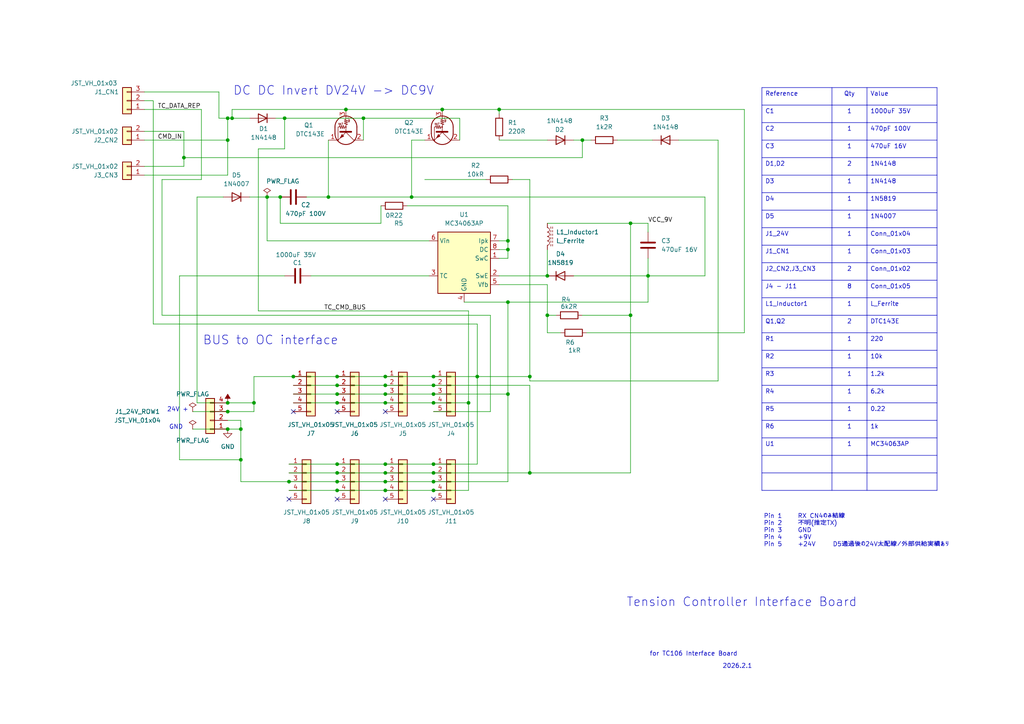
<source format=kicad_sch>
(kicad_sch (version 20250114) (generator "eeschema") (generator_version "9.0")
  (paper "A4")
  (lib_symbols
    (symbol "Connector_Generic:Conn_01x02" (pin_names (offset 1.016) (hide yes))
      (property "Reference" "J" (at 0 2.54 0))
      (property "Value" "Conn_01x02" (at 0 -5.08 0))
      (symbol "Conn_01x02_1_1"
        (rectangle (start -1.27 1.27) (end 1.27 -3.81) (stroke (width 0.254)) (fill (type background)))
        (rectangle (start -1.27 0.127) (end 0 -0.127) (stroke (width 0.1524)))
        (rectangle (start -1.27 -2.413) (end 0 -2.667) (stroke (width 0.1524)))
        (pin passive line (at -5.08 0 0) (length 3.81) (name "Pin_1") (number "1"))
        (pin passive line (at -5.08 -2.54 0) (length 3.81) (name "Pin_2") (number "2"))
      )
    )
    (symbol "Connector_Generic:Conn_01x03" (pin_names (offset 1.016) (hide yes))
      (property "Reference" "J" (at 0 5.08 0))
      (property "Value" "Conn_01x03" (at 0 -5.08 0))
      (symbol "Conn_01x03_1_1"
        (rectangle (start -1.27 3.81) (end 1.27 -3.81) (stroke (width 0.254)) (fill (type background)))
        (rectangle (start -1.27 2.667) (end 0 2.413) (stroke (width 0.1524)))
        (rectangle (start -1.27 0.127) (end 0 -0.127) (stroke (width 0.1524)))
        (rectangle (start -1.27 -2.413) (end 0 -2.667) (stroke (width 0.1524)))
        (pin passive line (at -5.08 2.54 0) (length 3.81) (name "Pin_1") (number "1"))
        (pin passive line (at -5.08 0 0) (length 3.81) (name "Pin_2") (number "2"))
        (pin passive line (at -5.08 -2.54 0) (length 3.81) (name "Pin_3") (number "3"))
      )
    )
    (symbol "Connector_Generic:Conn_01x04" (pin_names (offset 1.016) (hide yes))
      (property "Reference" "J" (at 0 5.08 0))
      (property "Value" "Conn_01x04" (at 0 -7.62 0))
      (symbol "Conn_01x04_1_1"
        (rectangle (start -1.27 3.81) (end 1.27 -6.35) (stroke (width 0.254)) (fill (type background)))
        (rectangle (start -1.27 2.667) (end 0 2.413) (stroke (width 0.1524)))
        (rectangle (start -1.27 0.127) (end 0 -0.127) (stroke (width 0.1524)))
        (rectangle (start -1.27 -2.413) (end 0 -2.667) (stroke (width 0.1524)))
        (rectangle (start -1.27 -4.953) (end 0 -5.207) (stroke (width 0.1524)))
        (pin passive line (at -5.08 2.54 0) (length 3.81) (name "Pin_1") (number "1"))
        (pin passive line (at -5.08 0 0) (length 3.81) (name "Pin_2") (number "2"))
        (pin passive line (at -5.08 -2.54 0) (length 3.81) (name "Pin_3") (number "3"))
        (pin passive line (at -5.08 -5.08 0) (length 3.81) (name "Pin_4") (number "4"))
      )
    )
    (symbol "Connector_Generic:Conn_01x05" (pin_names (offset 1.016) (hide yes))
      (property "Reference" "J" (at 0 7.62 0))
      (property "Value" "Conn_01x05" (at 0 -7.62 0))
      (symbol "Conn_01x05_1_1"
        (rectangle (start -1.27 6.35) (end 1.27 -6.35) (stroke (width 0.254)) (fill (type background)))
        (rectangle (start -1.27 5.207) (end 0 4.953) (stroke (width 0.1524)))
        (rectangle (start -1.27 2.667) (end 0 2.413) (stroke (width 0.1524)))
        (rectangle (start -1.27 0.127) (end 0 -0.127) (stroke (width 0.1524)))
        (rectangle (start -1.27 -2.413) (end 0 -2.667) (stroke (width 0.1524)))
        (rectangle (start -1.27 -4.953) (end 0 -5.207) (stroke (width 0.1524)))
        (pin passive line (at -5.08 5.08 0) (length 3.81) (name "Pin_1") (number "1"))
        (pin passive line (at -5.08 2.54 0) (length 3.81) (name "Pin_2") (number "2"))
        (pin passive line (at -5.08 0 0) (length 3.81) (name "Pin_3") (number "3"))
        (pin passive line (at -5.08 -2.54 0) (length 3.81) (name "Pin_4") (number "4"))
        (pin passive line (at -5.08 -5.08 0) (length 3.81) (name "Pin_5") (number "5"))
      )
    )
    (symbol "DTC143E_1" (pin_names (offset 0) (hide yes))
      (property "Reference" "Q1" (at -1.778 -9.398 90))
      (property "Value" "DTC143E" (at 0.762 -6.096 90))
      (symbol "DTC143E_1_0_0"
        (text "4k7" (at -3.302 0.889 0) (effects (font (size 0.508 0.508))))
        (text "4k7" (at -2.159 -1.524 900) (effects (font (size 0.508 0.508))))
      )
      (symbol "DTC143E_1_0_1"
        (polyline (pts (xy -3.429 0) (xy -3.81 0)))
        (polyline (pts (xy -1.27 3.175) (xy 0.635 3.175)) (stroke (width 0.254)))
        (circle (center -1.27 0) (radius 0.127))
        (polyline (pts (xy -1.27 0) (xy -1.27 -0.381) (xy -0.762 -0.508) (xy -1.778 -0.762) (xy -0.762 -1.016) (xy -1.778 -1.27) (xy -0.762 -1.524) (xy -1.778 -1.778) (xy -1.27 -1.905) (xy -1.27 -2.286) (xy 2.54 -2.286)))
        (polyline (pts (xy -1.27 -3.175) (xy 0.635 -3.175)) (stroke (width 0.254)))
        (arc (start -1.27 -3.175) (mid -4.4312 0) (end -1.27 3.175) (stroke (width 0.254)))
        (polyline (pts (xy 0 0) (xy -1.905 0) (xy -2.032 0.508) (xy -2.286 -0.508) (xy -2.54 0.508) (xy -2.794 -0.508) (xy -3.048 0.508) (xy -3.302 -0.508) (xy -3.429 0)))
        (polyline (pts (xy 0 -0.254) (xy 2.54 2.286)))
        (polyline (pts (xy 0.127 1.524) (xy 0.127 -1.651)) (stroke (width 0.508)) (fill (type outline)))
        (arc (start 0.635 3.175) (mid 3.7962 0) (end 0.635 -3.175) (stroke (width 0.254)))
        (polyline (pts (xy 0.889 -1.143) (xy 1.397 -0.635) (xy 1.905 -1.651) (xy 0.889 -1.143)) (fill (type outline)))
        (polyline (pts (xy 2.54 2.286) (xy 2.54 2.54)))
        (polyline (pts (xy 2.54 -2.286) (xy 0 0.254) (xy 0 0.254)))
        (circle (center 2.54 -2.286) (radius 0.127))
      )
      (symbol "DTC143E_1_1_1"
        (pin input line (at -6.35 0 0) (length 2.54) (name "B") (number "3"))
        (pin passive line (at 2.54 5.08 270) (length 2.54) (name "C") (number "2"))
        (pin passive line (at 2.54 -5.08 90) (length 2.54) (name "E") (number "1"))
      )
    )
    (symbol "Device:C" (pin_numbers (hide yes)) (pin_names (offset 0.254))
      (property "Reference" "C" (at 0.635 2.54 0))
      (property "Value" "C" (at 0.635 -2.54 0))
      (symbol "C_0_1"
        (polyline (pts (xy -2.032 0.762) (xy 2.032 0.762)) (stroke (width 0.508)))
        (polyline (pts (xy -2.032 -0.762) (xy 2.032 -0.762)) (stroke (width 0.508)))
      )
      (symbol "C_1_1"
        (pin passive line (at 0 3.81 270) (length 2.794) (name "~") (number "1"))
        (pin passive line (at 0 -3.81 90) (length 2.794) (name "~") (number "2"))
      )
    )
    (symbol "Device:D" (pin_numbers (hide yes)) (pin_names (offset 1.016) (hide yes))
      (property "Reference" "D" (at 0 2.54 0))
      (property "Value" "D" (at 0 -2.54 0))
      (symbol "D_0_1"
        (polyline (pts (xy -1.27 1.27) (xy -1.27 -1.27)) (stroke (width 0.254)))
        (polyline (pts (xy 1.27 1.27) (xy 1.27 -1.27) (xy -1.27 0) (xy 1.27 1.27)) (stroke (width 0.254)))
        (polyline (pts (xy 1.27 0) (xy -1.27 0)))
      )
      (symbol "D_1_1"
        (pin passive line (at -3.81 0 0) (length 2.54) (name "K") (number "1"))
        (pin passive line (at 3.81 0 180) (length 2.54) (name "A") (number "2"))
      )
    )
    (symbol "Device:L_Ferrite" (pin_numbers (hide yes)) (pin_names (offset 1.016) (hide yes))
      (property "Reference" "L" (at -1.27 0 90))
      (property "Value" "L_Ferrite" (at 2.794 0 90))
      (symbol "L_Ferrite_0_1"
        (arc (start 0 2.54) (mid 0.6323 1.905) (end 0 1.27))
        (arc (start 0 1.27) (mid 0.6323 0.635) (end 0 0))
        (arc (start 0 0) (mid 0.6323 -0.635) (end 0 -1.27))
        (arc (start 0 -1.27) (mid 0.6323 -1.905) (end 0 -2.54))
        (polyline (pts (xy 1.016 2.286) (xy 1.016 2.794)))
        (polyline (pts (xy 1.016 1.27) (xy 1.016 1.778)))
        (polyline (pts (xy 1.016 0.254) (xy 1.016 0.762)))
        (polyline (pts (xy 1.016 -0.762) (xy 1.016 -0.254)))
        (polyline (pts (xy 1.016 -1.778) (xy 1.016 -1.27)))
        (polyline (pts (xy 1.016 -2.794) (xy 1.016 -2.286)))
        (polyline (pts (xy 1.524 2.794) (xy 1.524 2.286)))
        (polyline (pts (xy 1.524 1.778) (xy 1.524 1.27)))
        (polyline (pts (xy 1.524 0.762) (xy 1.524 0.254)))
        (polyline (pts (xy 1.524 -0.254) (xy 1.524 -0.762)))
        (polyline (pts (xy 1.524 -1.27) (xy 1.524 -1.778)))
        (polyline (pts (xy 1.524 -2.286) (xy 1.524 -2.794)))
      )
      (symbol "L_Ferrite_1_1"
        (pin passive line (at 0 3.81 270) (length 1.27) (name "1") (number "1"))
        (pin passive line (at 0 -3.81 90) (length 1.27) (name "2") (number "2"))
      )
    )
    (symbol "Device:R" (pin_numbers (hide yes)) (pin_names (offset 0))
      (property "Reference" "R" (at 2.032 0 90))
      (property "Value" "R" (at 0 0 90))
      (symbol "R_0_1"
        (rectangle (start -1.016 -2.54) (end 1.016 2.54) (stroke (width 0.254)))
      )
      (symbol "R_1_1"
        (pin passive line (at 0 3.81 270) (length 1.27) (name "~") (number "1"))
        (pin passive line (at 0 -3.81 90) (length 1.27) (name "~") (number "2"))
      )
    )
    (symbol "Regulator_Switching:MC34063AP"
      (property "Reference" "U" (at -7.62 8.89 0))
      (property "Value" "MC34063AP" (at 0 8.89 0))
      (symbol "MC34063AP_0_1"
        (rectangle (start -7.62 7.62) (end 7.62 -10.16) (stroke (width 0.254)) (fill (type background)))
      )
      (symbol "MC34063AP_1_1"
        (pin power_in line (at -10.16 5.08 0) (length 2.54) (name "Vin") (number "6"))
        (pin passive line (at -10.16 -5.08 0) (length 2.54) (name "TC") (number "3"))
        (pin power_in line (at 0 -12.7 90) (length 2.54) (name "GND") (number "4"))
        (pin input line (at 10.16 5.08 180) (length 2.54) (name "Ipk") (number "7"))
        (pin open_collector line (at 10.16 2.54 180) (length 2.54) (name "DC") (number "8"))
        (pin open_collector line (at 10.16 0 180) (length 2.54) (name "SwC") (number "1"))
        (pin open_emitter line (at 10.16 -5.08 180) (length 2.54) (name "SwE") (number "2"))
        (pin input line (at 10.16 -7.62 180) (length 2.54) (name "Vfb") (number "5"))
      )
    )
    (symbol "Transistor_BJT:DTC143E" (pin_names (offset 0) (hide yes))
      (property "Reference" "Q2" (at -2.54 -9.652 90))
      (property "Value" "DTC143E" (at 0 -9.652 90))
      (symbol "DTC143E_0_0"
        (text "4k7" (at -3.302 0.889 0) (effects (font (size 0.508 0.508))))
        (text "4k7" (at -2.159 -1.524 900) (effects (font (size 0.508 0.508))))
      )
      (symbol "DTC143E_0_1"
        (polyline (pts (xy -3.429 0) (xy -3.81 0)))
        (polyline (pts (xy -1.27 3.175) (xy 0.635 3.175)) (stroke (width 0.254)))
        (circle (center -1.27 0) (radius 0.127))
        (polyline (pts (xy -1.27 0) (xy -1.27 -0.381) (xy -0.762 -0.508) (xy -1.778 -0.762) (xy -0.762 -1.016) (xy -1.778 -1.27) (xy -0.762 -1.524) (xy -1.778 -1.778) (xy -1.27 -1.905) (xy -1.27 -2.286) (xy 2.54 -2.286)))
        (polyline (pts (xy -1.27 -3.175) (xy 0.635 -3.175)) (stroke (width 0.254)))
        (arc (start -1.27 -3.175) (mid -4.4312 0) (end -1.27 3.175) (stroke (width 0.254)))
        (polyline (pts (xy 0 0) (xy -1.905 0) (xy -2.032 0.508) (xy -2.286 -0.508) (xy -2.54 0.508) (xy -2.794 -0.508) (xy -3.048 0.508) (xy -3.302 -0.508) (xy -3.429 0)))
        (polyline (pts (xy 0 -0.254) (xy 2.54 2.286)))
        (polyline (pts (xy 0.127 1.524) (xy 0.127 -1.651)) (stroke (width 0.508)) (fill (type outline)))
        (arc (start 0.635 3.175) (mid 3.7962 0) (end 0.635 -3.175) (stroke (width 0.254)))
        (polyline (pts (xy 0.889 -1.143) (xy 1.397 -0.635) (xy 1.905 -1.651) (xy 0.889 -1.143)) (fill (type outline)))
        (polyline (pts (xy 2.54 2.286) (xy 2.54 2.54)))
        (polyline (pts (xy 2.54 -2.286) (xy 0 0.254) (xy 0 0.254)))
        (circle (center 2.54 -2.286) (radius 0.127))
      )
      (symbol "DTC143E_1_1"
        (pin input line (at -6.35 0 0) (length 2.54) (name "B") (number "3"))
        (pin passive line (at 2.54 5.08 270) (length 2.54) (name "C") (number "2"))
        (pin passive line (at 2.54 -5.08 90) (length 2.54) (name "E") (number "1"))
      )
    )
    (symbol "power:-24V" (power) (pin_numbers (hide yes)) (pin_names (offset 0) (hide yes))
      (property "Value" "-24V" (at 0 3.556 0))
      (symbol "-24V_0_0"
        (pin power_in line (at 0 0 90) (length 0) (name "~") (number "1"))
      )
      (symbol "-24V_0_1"
        (polyline (pts (xy 0 0) (xy 0 1.27) (xy 0.762 1.27) (xy 0 2.54) (xy -0.762 1.27) (xy 0 1.27)) (fill (type outline)))
      )
    )
    (symbol "power:GND" (power) (pin_numbers (hide yes)) (pin_names (offset 0) (hide yes))
      (property "Value" "GND" (at 0 -3.81 0))
      (symbol "GND_0_1"
        (polyline (pts (xy 0 0) (xy 0 -1.27) (xy 1.27 -1.27) (xy 0 -2.54) (xy -1.27 -1.27) (xy 0 -1.27)))
      )
      (symbol "GND_1_1"
        (pin power_in line (at 0 0 270) (length 0) (name "~") (number "1"))
      )
    )
    (symbol "power:PWR_FLAG" (power) (pin_numbers (hide yes)) (pin_names (offset 0) (hide yes))
      (property "Value" "PWR_FLAG" (at 0 3.81 0))
      (symbol "PWR_FLAG_0_0"
        (pin power_out line (at 0 0 90) (length 0) (name "~") (number "1"))
      )
      (symbol "PWR_FLAG_0_1"
        (polyline (pts (xy 0 0) (xy 0 1.27) (xy -1.016 1.905) (xy 0 2.54) (xy 1.016 1.905) (xy 0 1.27)))
      )
    )
  )
  (text "Pin 1	RX CN4のみ結線\nPin 2	不明(推定TX)\nPin 3	GND\nPin 4	+9V	\nPin 5	+24V	D5通過後の24V太配線／外部供給実績あり" (at 221.488 153.924 0) (effects (font (size 1.27 1.27)) (justify left)))
  (text "24V +" (at 51.562 118.872 0) (effects (font (size 1.27 1.27))))
  (text "GND" (at 51.054 123.952 0) (effects (font (size 1.27 1.27))))
  (text "Tension Controller Interface Board" (at 215.138 174.752 0) (effects (font (size 2.54 2.54))))
  (text "for TC106 Interface Board" (at 201.168 189.738 0) (effects (font (size 1.27 1.27))))
  (text "BUS to OC interface" (at 78.486 98.806 0) (effects (font (size 2.54 2.54))))
  (text "DC DC Invert DV24V -> DC9V" (at 96.774 26.416 0) (effects (font (size 2.54 2.54))))
  (text "2026.2.1" (at 213.868 193.294 0) (effects (font (size 1.27 1.27))))
  (junction (at 95.25 57.15))
  (junction (at 153.67 109.22))
  (junction (at 125.73 116.84))
  (junction (at 125.73 139.7))
  (junction (at 158.75 91.44))
  (junction (at 77.47 57.15))
  (junction (at 53.34 45.72))
  (junction (at 147.32 87.63))
  (junction (at 147.32 72.39))
  (junction (at 128.27 31.75))
  (junction (at 125.73 111.76))
  (junction (at 97.79 142.24))
  (junction (at 147.32 114.3))
  (junction (at 119.38 57.15))
  (junction (at 111.76 116.84))
  (junction (at 135.89 116.84))
  (junction (at 97.79 139.7))
  (junction (at 100.33 31.75))
  (junction (at 182.88 91.44))
  (junction (at 97.79 116.84))
  (junction (at 111.76 137.16))
  (junction (at 158.75 80.01))
  (junction (at 81.28 57.15))
  (junction (at 111.76 134.62))
  (junction (at 153.67 137.16))
  (junction (at 67.31 34.29))
  (junction (at 66.04 34.29))
  (junction (at 69.85 124.46))
  (junction (at 125.73 109.22))
  (junction (at 125.73 142.24))
  (junction (at 85.09 109.22))
  (junction (at 138.43 109.22))
  (junction (at 111.76 109.22))
  (junction (at 97.79 111.76))
  (junction (at 125.73 134.62))
  (junction (at 82.55 34.29))
  (junction (at 187.96 80.01))
  (junction (at 147.32 69.85))
  (junction (at 168.91 40.64))
  (junction (at 97.79 137.16))
  (junction (at 66.04 119.38))
  (junction (at 97.79 109.22))
  (junction (at 66.04 116.84))
  (junction (at 97.79 134.62))
  (junction (at 66.04 40.64))
  (junction (at 69.85 133.35))
  (junction (at 144.78 31.75))
  (junction (at 182.88 64.77))
  (junction (at 66.04 124.46))
  (junction (at 97.79 114.3))
  (junction (at 83.82 139.7))
  (junction (at 111.76 139.7))
  (junction (at 105.41 34.29))
  (junction (at 111.76 111.76))
  (junction (at 125.73 137.16))
  (junction (at 111.76 114.3))
  (junction (at 111.76 142.24))
  (junction (at 73.66 116.84))
  (junction (at 125.73 114.3))
  (no_connect (at 125.73 144.78))
  (no_connect (at 85.09 119.38))
  (no_connect (at 111.76 119.38))
  (no_connect (at 83.82 144.78))
  (no_connect (at 111.76 144.78))
  (no_connect (at 97.79 119.38))
  (no_connect (at 97.79 144.78))
  (wire (pts (xy 144.78 33.02) (xy 144.78 31.75)))
  (wire (pts (xy 111.76 114.3) (xy 125.73 114.3)))
  (wire (pts (xy 57.15 57.15) (xy 64.77 57.15)))
  (wire (pts (xy 63.5 34.29) (xy 66.04 34.29)))
  (wire (pts (xy 66.04 116.84) (xy 57.15 116.84)))
  (wire (pts (xy 72.39 57.15) (xy 77.47 57.15)))
  (wire (pts (xy 208.28 110.49) (xy 153.67 110.49)))
  (wire (pts (xy 135.89 90.17) (xy 135.89 116.84)))
  (wire (pts (xy 97.79 111.76) (xy 111.76 111.76)))
  (wire (pts (xy 69.85 121.92) (xy 69.85 124.46)))
  (wire (pts (xy 111.76 116.84) (xy 125.73 116.84)))
  (wire (pts (xy 83.82 139.7) (xy 97.79 139.7)))
  (wire (pts (xy 170.18 96.52) (xy 215.9 96.52)))
  (wire (pts (xy 125.73 116.84) (xy 135.89 116.84)))
  (wire (pts (xy 144.78 72.39) (xy 147.32 72.39)))
  (wire (pts (xy 82.55 43.18) (xy 74.93 43.18)))
  (wire (pts (xy 135.89 116.84) (xy 135.89 142.24)))
  (wire (pts (xy 73.66 116.84) (xy 73.66 109.22)))
  (wire (pts (xy 55.88 119.38) (xy 66.04 119.38)))
  (wire (pts (xy 158.75 64.77) (xy 182.88 64.77)))
  (wire (pts (xy 53.34 38.1) (xy 53.34 45.72)))
  (wire (pts (xy 66.04 121.92) (xy 69.85 121.92)))
  (wire (pts (xy 138.43 109.22) (xy 138.43 134.62)))
  (wire (pts (xy 97.79 109.22) (xy 111.76 109.22)))
  (wire (pts (xy 125.73 142.24) (xy 135.89 142.24)))
  (wire (pts (xy 111.76 139.7) (xy 125.73 139.7)))
  (wire (pts (xy 67.31 31.75) (xy 100.33 31.75)))
  (wire (pts (xy 142.24 91.44) (xy 46.99 91.44)))
  (wire (pts (xy 111.76 134.62) (xy 125.73 134.62)))
  (wire (pts (xy 134.62 87.63) (xy 147.32 87.63)))
  (wire (pts (xy 119.38 40.64) (xy 119.38 57.15)))
  (wire (pts (xy 124.46 80.01) (xy 90.17 80.01)))
  (wire (pts (xy 187.96 80.01) (xy 187.96 87.63)))
  (wire (pts (xy 125.73 139.7) (xy 147.32 139.7)))
  (wire (pts (xy 144.78 82.55) (xy 158.75 82.55)))
  (wire (pts (xy 144.78 80.01) (xy 158.75 80.01)))
  (wire (pts (xy 148.59 52.07) (xy 153.67 52.07)))
  (wire (pts (xy 69.85 133.35) (xy 52.07 133.35)))
  (wire (pts (xy 125.73 114.3) (xy 147.32 114.3)))
  (wire (pts (xy 41.91 40.64) (xy 66.04 40.64)))
  (wire (pts (xy 111.76 109.22) (xy 125.73 109.22)))
  (wire (pts (xy 144.78 31.75) (xy 128.27 31.75)))
  (wire (pts (xy 182.88 64.77) (xy 182.88 91.44)))
  (wire (pts (xy 144.78 74.93) (xy 147.32 74.93)))
  (wire (pts (xy 166.37 40.64) (xy 168.91 40.64)))
  (wire (pts (xy 66.04 34.29) (xy 66.04 40.64)))
  (wire (pts (xy 125.73 109.22) (xy 138.43 109.22)))
  (wire (pts (xy 147.32 59.69) (xy 147.32 69.85)))
  (wire (pts (xy 41.91 48.26) (xy 53.34 48.26)))
  (wire (pts (xy 187.96 87.63) (xy 147.32 87.63)))
  (wire (pts (xy 80.01 34.29) (xy 82.55 34.29)))
  (wire (pts (xy 105.41 34.29) (xy 133.35 34.29)))
  (wire (pts (xy 95.25 40.64) (xy 95.25 57.15)))
  (wire (pts (xy 147.32 69.85) (xy 147.32 72.39)))
  (wire (pts (xy 85.09 111.76) (xy 97.79 111.76)))
  (wire (pts (xy 133.35 40.64) (xy 133.35 34.29)))
  (wire (pts (xy 53.34 45.72) (xy 168.91 45.72)))
  (wire (pts (xy 125.73 137.16) (xy 153.67 137.16)))
  (wire (pts (xy 85.09 109.22) (xy 97.79 109.22)))
  (wire (pts (xy 57.15 116.84) (xy 57.15 57.15)))
  (wire (pts (xy 52.07 80.01) (xy 52.07 133.35)))
  (wire (pts (xy 111.76 137.16) (xy 125.73 137.16)))
  (wire (pts (xy 81.28 64.77) (xy 81.28 57.15)))
  (wire (pts (xy 63.5 34.29) (xy 63.5 26.67)))
  (wire (pts (xy 58.42 31.75) (xy 58.42 52.07)))
  (wire (pts (xy 187.96 80.01) (xy 204.47 80.01)))
  (wire (pts (xy 144.78 40.64) (xy 158.75 40.64)))
  (wire (pts (xy 100.33 31.75) (xy 128.27 31.75)))
  (wire (pts (xy 41.91 38.1) (xy 53.34 38.1)))
  (wire (pts (xy 95.25 57.15) (xy 119.38 57.15)))
  (wire (pts (xy 125.73 111.76) (xy 153.67 111.76)))
  (wire (pts (xy 158.75 91.44) (xy 161.29 91.44)))
  (wire (pts (xy 182.88 64.77) (xy 187.96 64.77)))
  (wire (pts (xy 52.07 80.01) (xy 82.55 80.01)))
  (wire (pts (xy 125.73 134.62) (xy 138.43 134.62)))
  (wire (pts (xy 97.79 116.84) (xy 111.76 116.84)))
  (wire (pts (xy 138.43 93.98) (xy 138.43 109.22)))
  (wire (pts (xy 44.45 29.21) (xy 41.91 29.21)))
  (wire (pts (xy 66.04 34.29) (xy 67.31 34.29)))
  (wire (pts (xy 97.79 137.16) (xy 111.76 137.16)))
  (wire (pts (xy 73.66 109.22) (xy 85.09 109.22)))
  (wire (pts (xy 110.49 64.77) (xy 81.28 64.77)))
  (wire (pts (xy 97.79 114.3) (xy 111.76 114.3)))
  (wire (pts (xy 153.67 52.07) (xy 153.67 109.22)))
  (wire (pts (xy 147.32 72.39) (xy 147.32 74.93)))
  (wire (pts (xy 168.91 91.44) (xy 182.88 91.44)))
  (wire (pts (xy 153.67 111.76) (xy 153.67 137.16)))
  (wire (pts (xy 153.67 109.22) (xy 138.43 109.22)))
  (wire (pts (xy 55.88 124.46) (xy 66.04 124.46)))
  (wire (pts (xy 179.07 40.64) (xy 189.23 40.64)))
  (wire (pts (xy 69.85 139.7) (xy 83.82 139.7)))
  (wire (pts (xy 66.04 116.84) (xy 73.66 116.84)))
  (wire (pts (xy 153.67 137.16) (xy 182.88 137.16)))
  (wire (pts (xy 66.04 124.46) (xy 69.85 124.46)))
  (wire (pts (xy 105.41 34.29) (xy 105.41 40.64)))
  (wire (pts (xy 69.85 139.7) (xy 69.85 133.35)))
  (wire (pts (xy 182.88 137.16) (xy 182.88 91.44)))
  (wire (pts (xy 204.47 80.01) (xy 204.47 57.15)))
  (wire (pts (xy 147.32 87.63) (xy 147.32 114.3)))
  (wire (pts (xy 158.75 82.55) (xy 158.75 91.44)))
  (wire (pts (xy 166.37 80.01) (xy 187.96 80.01)))
  (wire (pts (xy 66.04 119.38) (xy 73.66 119.38)))
  (wire (pts (xy 158.75 96.52) (xy 158.75 91.44)))
  (wire (pts (xy 83.82 137.16) (xy 97.79 137.16)))
  (wire (pts (xy 123.19 40.64) (xy 119.38 40.64)))
  (wire (pts (xy 77.47 57.15) (xy 81.28 57.15)))
  (wire (pts (xy 208.28 40.64) (xy 196.85 40.64)))
  (wire (pts (xy 119.38 57.15) (xy 204.47 57.15)))
  (wire (pts (xy 74.93 43.18) (xy 74.93 90.17)))
  (wire (pts (xy 69.85 124.46) (xy 69.85 133.35)))
  (wire (pts (xy 208.28 40.64) (xy 208.28 110.49)))
  (wire (pts (xy 74.93 90.17) (xy 135.89 90.17)))
  (wire (pts (xy 41.91 50.8) (xy 66.04 50.8)))
  (wire (pts (xy 158.75 72.39) (xy 158.75 80.01)))
  (wire (pts (xy 73.66 119.38) (xy 73.66 116.84)))
  (wire (pts (xy 44.45 93.98) (xy 138.43 93.98)))
  (wire (pts (xy 83.82 142.24) (xy 97.79 142.24)))
  (wire (pts (xy 46.99 52.07) (xy 58.42 52.07)))
  (wire (pts (xy 67.31 34.29) (xy 72.39 34.29)))
  (wire (pts (xy 77.47 57.15) (xy 77.47 69.85)))
  (wire (pts (xy 111.76 111.76) (xy 125.73 111.76)))
  (wire (pts (xy 140.97 52.07) (xy 123.19 52.07)))
  (wire (pts (xy 97.79 139.7) (xy 111.76 139.7)))
  (wire (pts (xy 85.09 114.3) (xy 97.79 114.3)))
  (wire (pts (xy 44.45 29.21) (xy 44.45 93.98)))
  (wire (pts (xy 147.32 59.69) (xy 118.11 59.69)))
  (wire (pts (xy 83.82 134.62) (xy 97.79 134.62)))
  (wire (pts (xy 144.78 69.85) (xy 147.32 69.85)))
  (wire (pts (xy 142.24 119.38) (xy 142.24 91.44)))
  (wire (pts (xy 153.67 110.49) (xy 153.67 109.22)))
  (wire (pts (xy 125.73 119.38) (xy 142.24 119.38)))
  (wire (pts (xy 85.09 116.84) (xy 97.79 116.84)))
  (wire (pts (xy 66.04 40.64) (xy 66.04 50.8)))
  (wire (pts (xy 168.91 40.64) (xy 171.45 40.64)))
  (wire (pts (xy 77.47 69.85) (xy 124.46 69.85)))
  (wire (pts (xy 82.55 34.29) (xy 105.41 34.29)))
  (wire (pts (xy 97.79 142.24) (xy 111.76 142.24)))
  (wire (pts (xy 53.34 48.26) (xy 53.34 45.72)))
  (wire (pts (xy 88.9 57.15) (xy 95.25 57.15)))
  (wire (pts (xy 41.91 31.75) (xy 58.42 31.75)))
  (wire (pts (xy 162.56 96.52) (xy 158.75 96.52)))
  (wire (pts (xy 63.5 26.67) (xy 41.91 26.67)))
  (wire (pts (xy 97.79 134.62) (xy 111.76 134.62)))
  (wire (pts (xy 111.76 142.24) (xy 125.73 142.24)))
  (wire (pts (xy 67.31 31.75) (xy 67.31 34.29)))
  (wire (pts (xy 110.49 59.69) (xy 110.49 64.77)))
  (wire (pts (xy 147.32 114.3) (xy 147.32 139.7)))
  (wire (pts (xy 215.9 96.52) (xy 215.9 31.75)))
  (wire (pts (xy 168.91 40.64) (xy 168.91 45.72)))
  (wire (pts (xy 82.55 34.29) (xy 82.55 43.18)))
  (wire (pts (xy 187.96 74.93) (xy 187.96 80.01)))
  (wire (pts (xy 187.96 64.77) (xy 187.96 67.31)))
  (wire (pts (xy 46.99 91.44) (xy 46.99 52.07)))
  (wire (pts (xy 215.9 31.75) (xy 144.78 31.75)))
  (table (column_count 3) (border (external yes) (header yes)) (separators (rows yes) (cols yes)) (column_widths 20.32 10.16 20.32) (row_heights 5.08 5.08 5.08 5.08 5.08 5.08 5.08 5.08 5.08 5.08 5.08 5.08 5.08 5.08 5.08 5.08 5.08 5.08 5.08 5.08 5.08 5.08 5.08) (cells (table_cell "Reference" (at 220.98 25.4 0) (size 20.32 5.08) (margins 0.9525 0.9525 0.9525 0.9525) (span 1 1)) (table_cell "Qty" (at 241.3 25.4 0) (size 10.16 5.08) (margins 0.9525 0.9525 0.9525 0.9525) (span 1 1)) (table_cell "Value" (at 251.46 25.4 0) (size 20.32 5.08) (margins 0.9525 0.9525 0.9525 0.9525) (span 1 1)) (table_cell "C1" (at 220.98 30.48 0) (size 20.32 5.08) (margins 0.9525 0.9525 0.9525 0.9525) (span 1 1)) (table_cell "1" (at 241.3 30.48 0) (size 10.16 5.08) (margins 0.9525 0.9525 0.9525 0.9525) (span 1 1)) (table_cell "1000uF 35V" (at 251.46 30.48 0) (size 20.32 5.08) (margins 0.9525 0.9525 0.9525 0.9525) (span 1 1)) (table_cell "C2" (at 220.98 35.56 0) (size 20.32 5.08) (margins 0.9525 0.9525 0.9525 0.9525) (span 1 1)) (table_cell "1" (at 241.3 35.56 0) (size 10.16 5.08) (margins 0.9525 0.9525 0.9525 0.9525) (span 1 1)) (table_cell "470pF 100V" (at 251.46 35.56 0) (size 20.32 5.08) (margins 0.9525 0.9525 0.9525 0.9525) (span 1 1)) (table_cell "C3" (at 220.98 40.64 0) (size 20.32 5.08) (margins 0.9525 0.9525 0.9525 0.9525) (span 1 1)) (table_cell "1" (at 241.3 40.64 0) (size 10.16 5.08) (margins 0.9525 0.9525 0.9525 0.9525) (span 1 1)) (table_cell "470uF 16V" (at 251.46 40.64 0) (size 20.32 5.08) (margins 0.9525 0.9525 0.9525 0.9525) (span 1 1)) (table_cell "D1,D2" (at 220.98 45.72 0) (size 20.32 5.08) (margins 0.9525 0.9525 0.9525 0.9525) (span 1 1)) (table_cell "2" (at 241.3 45.72 0) (size 10.16 5.08) (margins 0.9525 0.9525 0.9525 0.9525) (span 1 1)) (table_cell "1N4148" (at 251.46 45.72 0) (size 20.32 5.08) (margins 0.9525 0.9525 0.9525 0.9525) (span 1 1)) (table_cell "D3" (at 220.98 50.8 0) (size 20.32 5.08) (margins 0.9525 0.9525 0.9525 0.9525) (span 1 1)) (table_cell "1" (at 241.3 50.8 0) (size 10.16 5.08) (margins 0.9525 0.9525 0.9525 0.9525) (span 1 1)) (table_cell "1N4148" (at 251.46 50.8 0) (size 20.32 5.08) (margins 0.9525 0.9525 0.9525 0.9525) (span 1 1)) (table_cell "D4" (at 220.98 55.88 0) (size 20.32 5.08) (margins 0.9525 0.9525 0.9525 0.9525) (span 1 1)) (table_cell "1" (at 241.3 55.88 0) (size 10.16 5.08) (margins 0.9525 0.9525 0.9525 0.9525) (span 1 1)) (table_cell "1N5819" (at 251.46 55.88 0) (size 20.32 5.08) (margins 0.9525 0.9525 0.9525 0.9525) (span 1 1)) (table_cell "D5" (at 220.98 60.96 0) (size 20.32 5.08) (margins 0.9525 0.9525 0.9525 0.9525) (span 1 1)) (table_cell "1" (at 241.3 60.96 0) (size 10.16 5.08) (margins 0.9525 0.9525 0.9525 0.9525) (span 1 1)) (table_cell "1N4007" (at 251.46 60.96 0) (size 20.32 5.08) (margins 0.9525 0.9525 0.9525 0.9525) (span 1 1)) (table_cell "J1_24V" (at 220.98 66.04 0) (size 20.32 5.08) (margins 0.9525 0.9525 0.9525 0.9525) (span 1 1)) (table_cell "1" (at 241.3 66.04 0) (size 10.16 5.08) (margins 0.9525 0.9525 0.9525 0.9525) (span 1 1)) (table_cell "Conn_01x04" (at 251.46 66.04 0) (size 20.32 5.08) (margins 0.9525 0.9525 0.9525 0.9525) (span 1 1)) (table_cell "J1_CN1" (at 220.98 71.12 0) (size 20.32 5.08) (margins 0.9525 0.9525 0.9525 0.9525) (span 1 1)) (table_cell "1" (at 241.3 71.12 0) (size 10.16 5.08) (margins 0.9525 0.9525 0.9525 0.9525) (span 1 1)) (table_cell "Conn_01x03" (at 251.46 71.12 0) (size 20.32 5.08) (margins 0.9525 0.9525 0.9525 0.9525) (span 1 1)) (table_cell "J2_CN2,J3_CN3" (at 220.98 76.2 0) (size 20.32 5.08) (margins 0.9525 0.9525 0.9525 0.9525) (span 1 1)) (table_cell "2" (at 241.3 76.2 0) (size 10.16 5.08) (margins 0.9525 0.9525 0.9525 0.9525) (span 1 1)) (table_cell "Conn_01x02" (at 251.46 76.2 0) (size 20.32 5.08) (margins 0.9525 0.9525 0.9525 0.9525) (span 1 1)) (table_cell "J4 - J11" (at 220.98 81.28 0) (size 20.32 5.08) (margins 0.9525 0.9525 0.9525 0.9525) (span 1 1)) (table_cell "8" (at 241.3 81.28 0) (size 10.16 5.08) (margins 0.9525 0.9525 0.9525 0.9525) (span 1 1)) (table_cell "Conn_01x05" (at 251.46 81.28 0) (size 20.32 5.08) (margins 0.9525 0.9525 0.9525 0.9525) (span 1 1)) (table_cell "L1_Inductor1" (at 220.98 86.36 0) (size 20.32 5.08) (margins 0.9525 0.9525 0.9525 0.9525) (span 1 1)) (table_cell "1" (at 241.3 86.36 0) (size 10.16 5.08) (margins 0.9525 0.9525 0.9525 0.9525) (span 1 1)) (table_cell "L_Ferrite" (at 251.46 86.36 0) (size 20.32 5.08) (margins 0.9525 0.9525 0.9525 0.9525) (span 1 1)) (table_cell "Q1,Q2" (at 220.98 91.44 0) (size 20.32 5.08) (margins 0.9525 0.9525 0.9525 0.9525) (span 1 1)) (table_cell "2" (at 241.3 91.44 0) (size 10.16 5.08) (margins 0.9525 0.9525 0.9525 0.9525) (span 1 1)) (table_cell "DTC143E" (at 251.46 91.44 0) (size 20.32 5.08) (margins 0.9525 0.9525 0.9525 0.9525) (span 1 1)) (table_cell "R1" (at 220.98 96.52 0) (size 20.32 5.08) (margins 0.9525 0.9525 0.9525 0.9525) (span 1 1)) (table_cell "1" (at 241.3 96.52 0) (size 10.16 5.08) (margins 0.9525 0.9525 0.9525 0.9525) (span 1 1)) (table_cell "220" (at 251.46 96.52 0) (size 20.32 5.08) (margins 0.9525 0.9525 0.9525 0.9525) (span 1 1)) (table_cell "R2" (at 220.98 101.6 0) (size 20.32 5.08) (margins 0.9525 0.9525 0.9525 0.9525) (span 1 1)) (table_cell "1" (at 241.3 101.6 0) (size 10.16 5.08) (margins 0.9525 0.9525 0.9525 0.9525) (span 1 1)) (table_cell "10k" (at 251.46 101.6 0) (size 20.32 5.08) (margins 0.9525 0.9525 0.9525 0.9525) (span 1 1)) (table_cell "R3" (at 220.98 106.68 0) (size 20.32 5.08) (margins 0.9525 0.9525 0.9525 0.9525) (span 1 1)) (table_cell "1" (at 241.3 106.68 0) (size 10.16 5.08) (margins 0.9525 0.9525 0.9525 0.9525) (span 1 1)) (table_cell "1.2k" (at 251.46 106.68 0) (size 20.32 5.08) (margins 0.9525 0.9525 0.9525 0.9525) (span 1 1)) (table_cell "R4" (at 220.98 111.76 0) (size 20.32 5.08) (margins 0.9525 0.9525 0.9525 0.9525) (span 1 1)) (table_cell "1" (at 241.3 111.76 0) (size 10.16 5.08) (margins 0.9525 0.9525 0.9525 0.9525) (span 1 1)) (table_cell "6.2k" (at 251.46 111.76 0) (size 20.32 5.08) (margins 0.9525 0.9525 0.9525 0.9525) (span 1 1)) (table_cell "R5" (at 220.98 116.84 0) (size 20.32 5.08) (margins 0.9525 0.9525 0.9525 0.9525) (span 1 1)) (table_cell "1" (at 241.3 116.84 0) (size 10.16 5.08) (margins 0.9525 0.9525 0.9525 0.9525) (span 1 1)) (table_cell "0.22" (at 251.46 116.84 0) (size 20.32 5.08) (margins 0.9525 0.9525 0.9525 0.9525) (span 1 1)) (table_cell "R6" (at 220.98 121.92 0) (size 20.32 5.08) (margins 0.9525 0.9525 0.9525 0.9525) (span 1 1)) (table_cell "1" (at 241.3 121.92 0) (size 10.16 5.08) (margins 0.9525 0.9525 0.9525 0.9525) (span 1 1)) (table_cell "1k" (at 251.46 121.92 0) (size 20.32 5.08) (margins 0.9525 0.9525 0.9525 0.9525) (span 1 1)) (table_cell "U1" (at 220.98 127 0) (size 20.32 5.08) (margins 0.9525 0.9525 0.9525 0.9525) (span 1 1)) (table_cell "1" (at 241.3 127 0) (size 10.16 5.08) (margins 0.9525 0.9525 0.9525 0.9525) (span 1 1)) (table_cell "MC34063AP" (at 251.46 127 0) (size 20.32 5.08) (margins 0.9525 0.9525 0.9525 0.9525) (span 1 1)) (table_cell "" (at 220.98 132.08 0) (size 20.32 5.08) (margins 0.9525 0.9525 0.9525 0.9525) (span 1 1)) (table_cell "" (at 241.3 132.08 0) (size 10.16 5.08) (margins 0.9525 0.9525 0.9525 0.9525) (span 1 1)) (table_cell "" (at 251.46 132.08 0) (size 20.32 5.08) (margins 0.9525 0.9525 0.9525 0.9525) (span 1 1)) (table_cell "" (at 220.98 137.16 0) (size 20.32 5.08) (margins 0.9525 0.9525 0.9525 0.9525) (span 1 1)) (table_cell "" (at 241.3 137.16 0) (size 10.16 5.08) (margins 0.9525 0.9525 0.9525 0.9525) (span 1 1)) (table_cell "" (at 251.46 137.16 0) (size 20.32 5.08) (margins 0.9525 0.9525 0.9525 0.9525) (span 1 1))))
  (label "VCC_9V" (at 187.96 64.77 0))
  (label "CMD_IN" (at 45.72 40.64 0))
  (label "TC_CMD_BUS" (at 93.98 90.17 0))
  (label "TC_DATA_REP" (at 45.72 31.75 0))
  (symbol (lib_id "Device:R") (at 175.26 40.64 90) (unit 1)
    (property "Reference" "R3" (at 175.26 34.29 90))
    (property "Value" "1k2R" (at 175.26 36.83 90))
    (property "Footprint" "Resistor_THT:R_Axial_DIN0207_L6.3mm_D2.5mm_P15.24mm_Horizontal" (effects (hide yes)))
    (property "Description" "Resistor" (effects (hide yes)))
  )
  (symbol (lib_id "Device:R") (at 165.1 91.44 90) (unit 1)
    (property "Reference" "R4" (at 162.814 86.868 90) (effects (justify right)))
    (property "Value" "6k2R" (at 162.56 88.9 90) (effects (justify right)))
    (property "Footprint" "Resistor_THT:R_Axial_DIN0207_L6.3mm_D2.5mm_P7.62mm_Horizontal" (effects (hide yes)))
    (property "Description" "Resistor" (effects (hide yes)))
  )
  (symbol (lib_id "Regulator_Switching:MC34063AP") (at 134.62 74.93 0) (unit 1)
    (property "Reference" "U1" (at 134.62 62.23 0))
    (property "Value" "MC34063AP" (at 134.62 64.77 0))
    (property "Footprint" "Package_DIP:DIP-8_W7.62mm" (effects (hide yes)))
    (property "Datasheet" "http://www.onsemi.com/pub_link/Collateral/MC34063A-D.PDF" (effects (hide yes)))
    (property "Description" "1.5A, step-up/down/inverting switching regulator, 3-40V Vin, 100kHz, DIP-8" (effects (hide yes)))
  )
  (symbol (lib_id "Device:D") (at 68.58 57.15 180) (unit 1)
    (property "Reference" "D5" (at 68.58 50.8 0))
    (property "Value" "1N4007" (at 68.58 53.34 0))
    (property "Footprint" "Diode_THT:D_DO-41_SOD81_P7.62mm_Horizontal" (effects (hide yes)))
    (property "Description" "Diode" (effects (hide yes)))
    (property "Sim.Device" "D" (effects (hide yes)))
    (property "Sim.Pins" "1=K 2=A" (effects (hide yes)))
  )
  (symbol (lib_id "Connector_Generic:Conn_01x02") (at 36.83 50.8 180) (unit 1)
    (property "Reference" "J3_CN3" (at 34.29 50.8001 0) (effects (justify left)))
    (property "Value" "JST_VH_01x02" (at 34.29 48.2601 0) (effects (justify left)))
    (property "Footprint" "Connector_JST:JST_VH_B2P-VH-B_1x02_P3.96mm_Vertical" (effects (hide yes)))
    (property "Description" "Generic connector, single row, 01x02, script generated (kicad-library-utils/schlib/autogen/connector/)" (effects (hide yes)))
  )
  (symbol (lib_id "Transistor_BJT:DTC143E") (at 128.27 38.1 270) (unit 1)
    (property "Reference" "Q2" (at 118.618 35.56 90))
    (property "Value" "DTC143E" (at 118.618 38.1 90))
    (property "Footprint" "Package_TO_SOT_THT:TO-92_Inline" (effects (hide yes)))
    (property "Description" "Digital NPN Transistor, 4k7/4k7, SOT-23" (effects (hide yes)))
  )
  (symbol (lib_id "power:GND") (at 66.04 124.46 0) (unit 1)
    (property "Reference" "#PWR01" (effects (hide yes)))
    (property "Value" "GND" (at 66.04 129.54 0))
    (property "Description" "Power symbol creates a global label with name \"GND\" , ground" (effects (hide yes)))
  )
  (symbol (lib_id "Connector_Generic:Conn_01x05") (at 102.87 139.7 0) (unit 1)
    (property "Reference" "J9" (at 102.87 151.13 0))
    (property "Value" "JST_VH_01x05" (at 102.87 148.59 0))
    (property "Footprint" "Connector_JST:JST_VH_B5P-VH-B_1x05_P3.96mm_Vertical" (effects (hide yes)))
    (property "Description" "Generic connector, single row, 01x05, script generated (kicad-library-utils/schlib/autogen/connector/)" (effects (hide yes)))
  )
  (symbol (lib_id "Device:D") (at 76.2 34.29 180) (unit 1)
    (property "Reference" "D1" (at 76.454 37.338 0))
    (property "Value" "1N4148" (at 76.454 39.878 0))
    (property "Footprint" "Diode_THT:D_DO-41_SOD81_P7.62mm_Horizontal" (effects (hide yes)))
    (property "Description" "Diode" (effects (hide yes)))
    (property "Sim.Device" "D" (effects (hide yes)))
    (property "Sim.Pins" "1=K 2=A" (effects (hide yes)))
  )
  (symbol (lib_id "power:PWR_FLAG") (at 55.88 119.38 0) (unit 1)
    (property "Reference" "#FLG01" (effects (hide yes)))
    (property "Value" "PWR_FLAG" (at 55.88 114.3 0))
    (property "Description" "Special symbol for telling ERC where power comes from" (effects (hide yes)))
  )
  (symbol (lib_id "Connector_Generic:Conn_01x04") (at 60.96 121.92 180) (unit 1)
    (property "Reference" "J1_24V_ROW1" (at 39.878 119.38 0))
    (property "Value" "JST_VH_01x04" (at 39.878 121.92 0))
    (property "Footprint" "Connector_JST:JST_VH_B4P-VH-B_1x04_P3.96mm_Vertical" (effects (hide yes)))
    (property "Description" "Generic connector, single row, 01x04, script generated (kicad-library-utils/schlib/autogen/connector/)" (effects (hide yes)))
  )
  (symbol (lib_id "Connector_Generic:Conn_01x05") (at 88.9 139.7 0) (unit 1)
    (property "Reference" "J8" (at 88.9 151.13 0))
    (property "Value" "JST_VH_01x05" (at 88.9 148.59 0))
    (property "Footprint" "Connector_JST:JST_VH_B5P-VH-B_1x05_P3.96mm_Vertical" (effects (hide yes)))
    (property "Description" "Generic connector, single row, 01x05, script generated (kicad-library-utils/schlib/autogen/connector/)" (effects (hide yes)))
  )
  (symbol (lib_id "Device:C") (at 86.36 80.01 270) (unit 1)
    (property "Reference" "C1" (at 87.63 76.2 90) (effects (justify right)))
    (property "Value" "1000uF 35V" (at 91.694 73.914 90) (effects (justify right)))
    (property "Footprint" "Capacitor_THT:CP_Radial_D5.0mm_P2.50mm" (effects (hide yes)))
    (property "Description" "Unpolarized capacitor" (effects (hide yes)))
  )
  (symbol (lib_id "Device:R") (at 144.78 52.07 90) (unit 1)
    (property "Reference" "R2" (at 137.922 48.006 90))
    (property "Value" "10kR" (at 137.922 50.546 90))
    (property "Footprint" "Resistor_THT:R_Axial_DIN0207_L6.3mm_D2.5mm_P7.62mm_Horizontal" (effects (hide yes)))
    (property "Description" "Resistor" (effects (hide yes)))
  )
  (symbol (lib_id "Device:D") (at 162.56 40.64 180) (unit 1)
    (property "Reference" "D2" (at 162.306 37.592 0))
    (property "Value" "1N4148" (at 162.306 35.052 0))
    (property "Footprint" "Diode_THT:D_DO-41_SOD81_P7.62mm_Horizontal" (effects (hide yes)))
    (property "Description" "Diode" (effects (hide yes)))
    (property "Sim.Device" "D" (effects (hide yes)))
    (property "Sim.Pins" "1=K 2=A" (effects (hide yes)))
  )
  (symbol (lib_id "Connector_Generic:Conn_01x03") (at 36.83 29.21 180) (unit 1)
    (property "Reference" "J1_CN1" (at 34.544 26.67 0) (effects (justify left)))
    (property "Value" "JST_VH_01x03" (at 34.036 24.13 0) (effects (justify left)))
    (property "Footprint" "Connector_JST:JST_VH_B3P-VH-B_1x03_P3.96mm_Vertical" (effects (hide yes)))
    (property "Description" "Generic connector, single row, 01x03, script generated (kicad-library-utils/schlib/autogen/connector/)" (effects (hide yes)))
  )
  (symbol (lib_id "Connector_Generic:Conn_01x02") (at 36.83 40.64 180) (unit 1)
    (property "Reference" "J2_CN2" (at 34.29 40.6401 0) (effects (justify left)))
    (property "Value" "JST_VH_01x02" (at 34.29 38.1001 0) (effects (justify left)))
    (property "Footprint" "Connector_JST:JST_VH_B2P-VH-B_1x02_P3.96mm_Vertical" (effects (hide yes)))
    (property "Description" "Generic connector, single row, 01x02, script generated (kicad-library-utils/schlib/autogen/connector/)" (effects (hide yes)))
  )
  (symbol (lib_id "Device:C") (at 85.09 57.15 90) (unit 1)
    (property "Reference" "C2" (at 88.646 59.436 90))
    (property "Value" "470pF 100V" (at 88.646 61.976 90))
    (property "Footprint" "Capacitor_THT:CP_Radial_D5.0mm_P2.50mm" (effects (hide yes)))
    (property "Description" "Unpolarized capacitor" (effects (hide yes)))
  )
  (symbol (lib_id "Connector_Generic:Conn_01x05") (at 130.81 139.7 0) (unit 1)
    (property "Reference" "J11" (at 130.81 151.13 0))
    (property "Value" "JST_VH_01x05" (at 130.81 148.59 0))
    (property "Footprint" "Connector_JST:JST_VH_B5P-VH-B_1x05_P3.96mm_Vertical" (effects (hide yes)))
    (property "Description" "Generic connector, single row, 01x05, script generated (kicad-library-utils/schlib/autogen/connector/)" (effects (hide yes)))
  )
  (symbol (lib_id "Connector_Generic:Conn_01x05") (at 90.17 114.3 0) (unit 1)
    (property "Reference" "J7" (at 90.17 125.73 0))
    (property "Value" "JST_VH_01x05" (at 90.17 123.19 0))
    (property "Footprint" "Connector_JST:JST_VH_B5P-VH-B_1x05_P3.96mm_Vertical" (effects (hide yes)))
    (property "Description" "Generic connector, single row, 01x05, script generated (kicad-library-utils/schlib/autogen/connector/)" (effects (hide yes)))
  )
  (symbol (lib_id "Device:R") (at 144.78 36.83 180) (unit 1)
    (property "Reference" "R1" (at 147.32 35.5599 0) (effects (justify right)))
    (property "Value" "220R" (at 147.32 38.0999 0) (effects (justify right)))
    (property "Footprint" "Resistor_THT:R_Axial_DIN0207_L6.3mm_D2.5mm_P7.62mm_Horizontal" (effects (hide yes)))
    (property "Description" "Resistor" (effects (hide yes)))
  )
  (symbol (lib_id "Device:R") (at 166.37 96.52 270) (unit 1)
    (property "Reference" "R6" (at 165.354 99.314 90))
    (property "Value" "1kR" (at 166.624 101.6 90))
    (property "Footprint" "Resistor_THT:R_Axial_DIN0207_L6.3mm_D2.5mm_P7.62mm_Horizontal" (effects (hide yes)))
    (property "Description" "Resistor" (effects (hide yes)))
  )
  (symbol (lib_id "power:PWR_FLAG") (at 55.88 124.46 0) (unit 1)
    (property "Reference" "#FLG02" (effects (hide yes)))
    (property "Value" "PWR_FLAG" (at 55.88 127.762 0))
    (property "Description" "Special symbol for telling ERC where power comes from" (effects (hide yes)))
  )
  (symbol (lib_id "power:PWR_FLAG") (at 77.47 57.15 0) (unit 1)
    (property "Reference" "#FLG03" (effects (hide yes)))
    (property "Value" "PWR_FLAG" (at 82.042 52.578 0))
    (property "Description" "Special symbol for telling ERC where power comes from" (effects (hide yes)))
  )
  (symbol (lib_id "Connector_Generic:Conn_01x05") (at 130.81 114.3 0) (unit 1)
    (property "Reference" "J4" (at 130.81 125.73 0))
    (property "Value" "JST_VH_01x05" (at 130.81 123.19 0))
    (property "Footprint" "Connector_JST:JST_VH_B5P-VH-B_1x05_P3.96mm_Vertical" (effects (hide yes)))
    (property "Description" "Generic connector, single row, 01x05, script generated (kicad-library-utils/schlib/autogen/connector/)" (effects (hide yes)))
  )
  (symbol (lib_id "Device:L_Ferrite") (at 158.75 68.58 0) (unit 1)
    (property "Reference" "L1_Inductor1" (at 161.29 67.3099 0) (effects (justify left)))
    (property "Value" "L_Ferrite" (at 161.29 69.8499 0) (effects (justify left)))
    (property "Footprint" "Capacitor_THT:CP_Radial_D13.0mm_P7.50mm" (effects (hide yes)))
    (property "Description" "Inductor with ferrite core" (effects (hide yes)))
  )
  (symbol (lib_id "Device:C") (at 187.96 71.12 0) (unit 1)
    (property "Reference" "C3" (at 191.77 69.8499 0) (effects (justify left)))
    (property "Value" "470uF 16V" (at 191.77 72.3899 0) (effects (justify left)))
    (property "Footprint" "Capacitor_THT:CP_Radial_D5.0mm_P2.50mm" (effects (hide yes)))
    (property "Description" "Unpolarized capacitor" (effects (hide yes)))
  )
  (symbol (lib_id "Device:R") (at 114.3 59.69 90) (unit 1)
    (property "Reference" "R5" (at 114.3 64.77 90) (effects (justify right)))
    (property "Value" "0R22" (at 111.76 62.484 90) (effects (justify right)))
    (property "Footprint" "Resistor_THT:R_Axial_DIN0207_L6.3mm_D2.5mm_P10.16mm_Horizontal" (effects (hide yes)))
    (property "Description" "Resistor" (effects (hide yes)))
  )
  (symbol (lib_id "Device:D") (at 162.56 80.01 0) (unit 1)
    (property "Reference" "D4" (at 162.56 73.66 0))
    (property "Value" "1N5819" (at 162.56 76.2 0))
    (property "Footprint" "Diode_THT:D_DO-41_SOD81_P7.62mm_Horizontal" (effects (hide yes)))
    (property "Description" "Diode" (effects (hide yes)))
    (property "Sim.Device" "D" (effects (hide yes)))
    (property "Sim.Pins" "1=K 2=A" (effects (hide yes)))
  )
  (symbol (lib_id "Device:D") (at 193.04 40.64 0) (unit 1)
    (property "Reference" "D3" (at 193.04 34.29 0))
    (property "Value" "1N4148" (at 193.04 36.83 0))
    (property "Footprint" "Diode_THT:D_DO-41_SOD81_P10.16mm_Horizontal" (effects (hide yes)))
    (property "Description" "Diode" (effects (hide yes)))
    (property "Sim.Device" "D" (effects (hide yes)))
    (property "Sim.Pins" "1=K 2=A" (effects (hide yes)))
  )
  (symbol (lib_id "Connector_Generic:Conn_01x05") (at 102.87 114.3 0) (unit 1)
    (property "Reference" "J6" (at 102.87 125.73 0))
    (property "Value" "JST_VH_01x05" (at 102.87 123.19 0))
    (property "Footprint" "Connector_JST:JST_VH_B5P-VH-B_1x05_P3.96mm_Vertical" (effects (hide yes)))
    (property "Description" "Generic connector, single row, 01x05, script generated (kicad-library-utils/schlib/autogen/connector/)" (effects (hide yes)))
  )
  (symbol (lib_id "Connector_Generic:Conn_01x05") (at 116.84 139.7 0) (unit 1)
    (property "Reference" "J10" (at 116.84 151.13 0))
    (property "Value" "JST_VH_01x05" (at 116.84 148.59 0))
    (property "Footprint" "Connector_JST:JST_VH_B5P-VH-B_1x05_P3.96mm_Vertical" (effects (hide yes)))
    (property "Description" "Generic connector, single row, 01x05, script generated (kicad-library-utils/schlib/autogen/connector/)" (effects (hide yes)))
  )
  (symbol (lib_name "DTC143E_1") (lib_id "Transistor_BJT:DTC143E") (at 100.33 38.1 270) (unit 1)
    (property "Reference" "Q1" (at 90.932 36.322 90) (effects (justify right)))
    (property "Value" "DTC143E" (at 94.234 38.862 90) (effects (justify right)))
    (property "Footprint" "Package_TO_SOT_THT:TO-92_Inline" (effects (hide yes)))
    (property "Description" "Digital NPN Transistor, 4k7/4k7, SOT-23" (effects (hide yes)))
  )
  (symbol (lib_id "power:-24V") (at 66.04 116.84 0) (unit 1)
    (property "Reference" "#PWR02" (effects (hide yes)))
    (property "Value" "24V" (effects (hide yes)))
    (property "Description" "Power symbol creates a global label with name \"-24V\"" (effects (hide yes)))
  )
  (symbol (lib_id "Connector_Generic:Conn_01x05") (at 116.84 114.3 0) (unit 1)
    (property "Reference" "J5" (at 116.84 125.73 0))
    (property "Value" "JST_VH_01x05" (at 116.84 123.19 0))
    (property "Footprint" "Connector_JST:JST_VH_B5P-VH-B_1x05_P3.96mm_Vertical" (effects (hide yes)))
    (property "Description" "Generic connector, single row, 01x05, script generated (kicad-library-utils/schlib/autogen/connector/)" (effects (hide yes)))
  )
)
</source>
